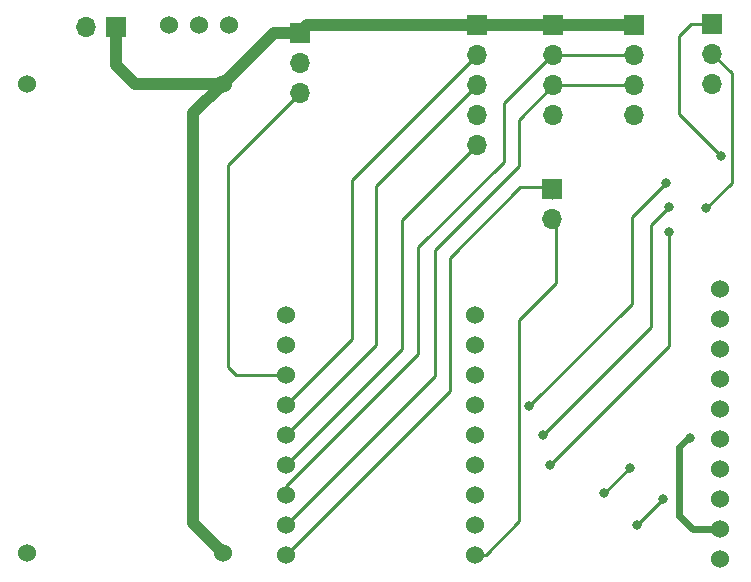
<source format=gbl>
G04 #@! TF.GenerationSoftware,KiCad,Pcbnew,7.0.10*
G04 #@! TF.CreationDate,2024-08-15T01:47:54-04:00*
G04 #@! TF.ProjectId,Mainboard PCB,4d61696e-626f-4617-9264-205043422e6b,rev?*
G04 #@! TF.SameCoordinates,Original*
G04 #@! TF.FileFunction,Copper,L2,Bot*
G04 #@! TF.FilePolarity,Positive*
%FSLAX46Y46*%
G04 Gerber Fmt 4.6, Leading zero omitted, Abs format (unit mm)*
G04 Created by KiCad (PCBNEW 7.0.10) date 2024-08-15 01:47:54*
%MOMM*%
%LPD*%
G01*
G04 APERTURE LIST*
G04 #@! TA.AperFunction,ComponentPad*
%ADD10R,1.700000X1.700000*%
G04 #@! TD*
G04 #@! TA.AperFunction,ComponentPad*
%ADD11O,1.700000X1.700000*%
G04 #@! TD*
G04 #@! TA.AperFunction,ComponentPad*
%ADD12C,1.524000*%
G04 #@! TD*
G04 #@! TA.AperFunction,ViaPad*
%ADD13C,0.800000*%
G04 #@! TD*
G04 #@! TA.AperFunction,Conductor*
%ADD14C,1.000000*%
G04 #@! TD*
G04 #@! TA.AperFunction,Conductor*
%ADD15C,0.600000*%
G04 #@! TD*
G04 #@! TA.AperFunction,Conductor*
%ADD16C,0.250000*%
G04 #@! TD*
G04 APERTURE END LIST*
D10*
X65786000Y-15494000D03*
D11*
X65786000Y-18034000D03*
X65786000Y-20574000D03*
X65786000Y-23114000D03*
D10*
X58928000Y-15494000D03*
D11*
X58928000Y-18034000D03*
X58928000Y-20574000D03*
X58928000Y-23114000D03*
D10*
X58826000Y-29357000D03*
D11*
X58826000Y-31897000D03*
D10*
X37465000Y-16129000D03*
D11*
X37465000Y-18669000D03*
X37465000Y-21209000D03*
D12*
X73025000Y-60706000D03*
X73025000Y-58166000D03*
X73025000Y-55626000D03*
X73025000Y-53086000D03*
X73025000Y-50546000D03*
X73025000Y-48006000D03*
X73025000Y-45466000D03*
X73025000Y-42926000D03*
X73025000Y-40386000D03*
X73025000Y-37846000D03*
X14351000Y-20447000D03*
X30951000Y-20447000D03*
X14351000Y-60147000D03*
X30951000Y-60147000D03*
D10*
X72390000Y-15367000D03*
D11*
X72390000Y-17907000D03*
X72390000Y-20447000D03*
D12*
X26348000Y-15489000D03*
X28888000Y-15489000D03*
X31428000Y-15489000D03*
D10*
X21883000Y-15641000D03*
D11*
X19343000Y-15641000D03*
D10*
X52451000Y-15494000D03*
D11*
X52451000Y-18034000D03*
X52451000Y-20574000D03*
X52451000Y-23114000D03*
X52451000Y-25654000D03*
D12*
X36323000Y-40034000D03*
X36323000Y-42574000D03*
X36323000Y-45114000D03*
X36323000Y-47654000D03*
X36323000Y-50194000D03*
X36323000Y-52734000D03*
X36323000Y-55274000D03*
X36323000Y-57814000D03*
X36323000Y-60354000D03*
X52323000Y-60354000D03*
X52323000Y-57814000D03*
X52323000Y-55274000D03*
X52323000Y-52734000D03*
X52323000Y-50194000D03*
X52323000Y-47654000D03*
X52323000Y-45114000D03*
X52323000Y-42574000D03*
X52323000Y-40034000D03*
D13*
X28448000Y-33909000D03*
X70485000Y-50489000D03*
X73152000Y-26543000D03*
X71882000Y-30988000D03*
X58674000Y-52705000D03*
X68707000Y-33020000D03*
X58039000Y-50165000D03*
X68707000Y-30861000D03*
X68453000Y-28829000D03*
X56866459Y-47781541D03*
X65405000Y-52959000D03*
X63246000Y-55118000D03*
X68199000Y-55626000D03*
X66040000Y-57785000D03*
D14*
X37465000Y-16129000D02*
X38100000Y-15494000D01*
D15*
X70739000Y-58166000D02*
X73025000Y-58166000D01*
D14*
X21888000Y-15646000D02*
X21888000Y-18840000D01*
D15*
X70288000Y-50489000D02*
X69596000Y-51181000D01*
D14*
X38100000Y-15494000D02*
X52451000Y-15494000D01*
X30951000Y-20447000D02*
X28448000Y-22950000D01*
D15*
X69596000Y-51181000D02*
X69596000Y-57023000D01*
D14*
X35269000Y-16129000D02*
X37465000Y-16129000D01*
X30951000Y-20447000D02*
X35269000Y-16129000D01*
X58928000Y-15494000D02*
X65786000Y-15494000D01*
D15*
X69596000Y-57023000D02*
X70739000Y-58166000D01*
D14*
X23495000Y-20447000D02*
X30951000Y-20447000D01*
X21888000Y-18840000D02*
X23495000Y-20447000D01*
X28448000Y-22950000D02*
X28448000Y-57644000D01*
X28448000Y-57644000D02*
X30951000Y-60147000D01*
X52451000Y-15494000D02*
X58928000Y-15494000D01*
D16*
X69596000Y-22987000D02*
X73152000Y-26543000D01*
X69596000Y-16383000D02*
X69596000Y-22987000D01*
X70612000Y-15367000D02*
X69596000Y-16383000D01*
X72390000Y-15367000D02*
X70612000Y-15367000D01*
X74041000Y-28829000D02*
X71882000Y-30988000D01*
X72390000Y-17907000D02*
X74041000Y-19558000D01*
X74041000Y-19558000D02*
X74041000Y-28829000D01*
X68707000Y-33020000D02*
X68707000Y-42672000D01*
X68707000Y-42672000D02*
X58674000Y-52705000D01*
X67183000Y-41021000D02*
X58039000Y-50165000D01*
X67183000Y-32385000D02*
X67183000Y-41021000D01*
X68707000Y-30861000D02*
X67183000Y-32385000D01*
X68453000Y-28829000D02*
X65544000Y-31738000D01*
X65544000Y-31738000D02*
X65544000Y-39104000D01*
X65544000Y-39104000D02*
X56866459Y-47781541D01*
X65405000Y-52959000D02*
X63246000Y-55118000D01*
X68199000Y-55626000D02*
X66040000Y-57785000D01*
X47498000Y-34290000D02*
X47498000Y-43307000D01*
X58928000Y-18034000D02*
X58801000Y-18034000D01*
X47498000Y-43307000D02*
X36323000Y-54482000D01*
X54737000Y-22098000D02*
X54737000Y-27051000D01*
X58801000Y-18034000D02*
X54737000Y-22098000D01*
X36323000Y-54482000D02*
X36323000Y-55274000D01*
X58928000Y-18034000D02*
X65786000Y-18034000D01*
X54737000Y-27051000D02*
X47498000Y-34290000D01*
X58928000Y-20574000D02*
X65786000Y-20574000D01*
X48895000Y-34544000D02*
X48895000Y-45242000D01*
X56007000Y-27432000D02*
X48895000Y-34544000D01*
X56007000Y-23495000D02*
X56007000Y-27432000D01*
X58928000Y-20574000D02*
X56007000Y-23495000D01*
X48895000Y-45242000D02*
X36323000Y-57814000D01*
X41910000Y-28575000D02*
X41910000Y-42067000D01*
X41910000Y-42067000D02*
X36323000Y-47654000D01*
X52451000Y-18034000D02*
X41910000Y-28575000D01*
X43942000Y-42575000D02*
X36323000Y-50194000D01*
X43942000Y-29083000D02*
X43942000Y-42575000D01*
X52451000Y-20574000D02*
X43942000Y-29083000D01*
X37465000Y-21209000D02*
X31369000Y-27305000D01*
X31369000Y-27305000D02*
X31369000Y-44450000D01*
X32033000Y-45114000D02*
X36323000Y-45114000D01*
X31369000Y-44450000D02*
X32033000Y-45114000D01*
X58826000Y-29357000D02*
X58826000Y-30099000D01*
X36323000Y-60354000D02*
X50165000Y-46512000D01*
X50165000Y-35179000D02*
X56134000Y-29210000D01*
X58679000Y-29210000D02*
X58826000Y-29357000D01*
X56134000Y-29210000D02*
X58679000Y-29210000D01*
X50165000Y-46512000D02*
X50165000Y-35179000D01*
X56032000Y-40488000D02*
X59182000Y-37338000D01*
X52323000Y-60354000D02*
X53184000Y-60354000D01*
X59182000Y-32253000D02*
X58826000Y-31897000D01*
X59182000Y-37338000D02*
X59182000Y-32253000D01*
X53184000Y-60354000D02*
X56032000Y-57506000D01*
X56032000Y-57506000D02*
X56032000Y-40488000D01*
X46101000Y-32004000D02*
X46101000Y-42956000D01*
X46101000Y-42956000D02*
X36323000Y-52734000D01*
X52451000Y-25654000D02*
X46101000Y-32004000D01*
M02*

</source>
